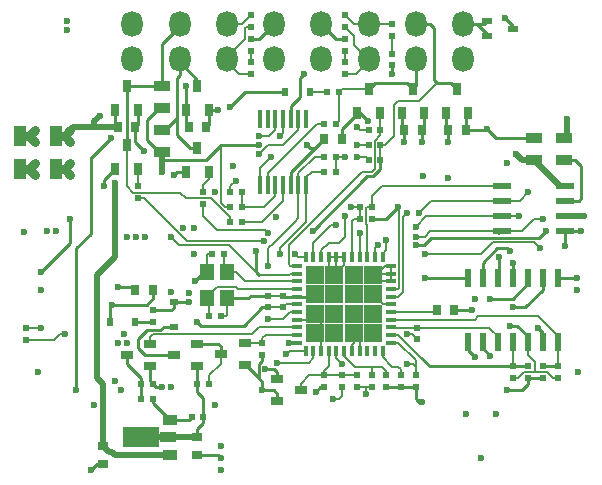
<source format=gbr>
G04 #@! TF.GenerationSoftware,KiCad,Pcbnew,(5.0.0)*
G04 #@! TF.CreationDate,2019-08-11T19:05:01-03:00*
G04 #@! TF.ProjectId,PF_apiner,50465F6170696E65722E6B696361645F,rev?*
G04 #@! TF.SameCoordinates,Original*
G04 #@! TF.FileFunction,Copper,L4,Bot,Signal*
G04 #@! TF.FilePolarity,Positive*
%FSLAX46Y46*%
G04 Gerber Fmt 4.6, Leading zero omitted, Abs format (unit mm)*
G04 Created by KiCad (PCBNEW (5.0.0)) date 08/11/19 19:05:01*
%MOMM*%
%LPD*%
G01*
G04 APERTURE LIST*
G04 #@! TA.AperFunction,Conductor*
%ADD10R,0.800000X1.000000*%
G04 #@! TD*
G04 #@! TA.AperFunction,Conductor*
%ADD11R,0.500000X0.500000*%
G04 #@! TD*
G04 #@! TA.AperFunction,Conductor*
%ADD12R,0.350000X1.600000*%
G04 #@! TD*
G04 #@! TA.AperFunction,SMDPad,CuDef*
%ADD13R,1.000000X1.800000*%
G04 #@! TD*
G04 #@! TA.AperFunction,SMDPad,CuDef*
%ADD14R,0.800000X0.900000*%
G04 #@! TD*
G04 #@! TA.AperFunction,Conductor*
%ADD15R,0.800000X0.900000*%
G04 #@! TD*
G04 #@! TA.AperFunction,Conductor*
%ADD16R,1.400000X0.950000*%
G04 #@! TD*
G04 #@! TA.AperFunction,Conductor*
%ADD17R,0.900000X0.800000*%
G04 #@! TD*
G04 #@! TA.AperFunction,Conductor*
%ADD18R,1.000000X0.800000*%
G04 #@! TD*
G04 #@! TA.AperFunction,Conductor*
%ADD19R,0.685800X0.584200*%
G04 #@! TD*
G04 #@! TA.AperFunction,Conductor*
%ADD20R,0.584200X0.685800*%
G04 #@! TD*
G04 #@! TA.AperFunction,ComponentPad*
%ADD21O,1.800000X2.200000*%
G04 #@! TD*
G04 #@! TA.AperFunction,Conductor*
%ADD22R,0.600000X1.500000*%
G04 #@! TD*
G04 #@! TA.AperFunction,Conductor*
%ADD23R,1.550000X0.600000*%
G04 #@! TD*
G04 #@! TA.AperFunction,Conductor*
%ADD24R,0.950000X0.500000*%
G04 #@! TD*
G04 #@! TA.AperFunction,Conductor*
%ADD25R,1.300000X0.900000*%
G04 #@! TD*
G04 #@! TA.AperFunction,Conductor*
%ADD26R,1.475000X0.900000*%
G04 #@! TD*
G04 #@! TA.AperFunction,Conductor*
%ADD27R,3.125000X1.733000*%
G04 #@! TD*
G04 #@! TA.AperFunction,Conductor*
%ADD28R,1.650000X1.650000*%
G04 #@! TD*
G04 #@! TA.AperFunction,Conductor*
%ADD29R,0.350000X0.850000*%
G04 #@! TD*
G04 #@! TA.AperFunction,Conductor*
%ADD30R,0.850000X0.350000*%
G04 #@! TD*
G04 #@! TA.AperFunction,Conductor*
%ADD31R,1.200000X1.400000*%
G04 #@! TD*
G04 #@! TA.AperFunction,SMDPad,CuDef*
%ADD32R,0.500000X0.500000*%
G04 #@! TD*
G04 #@! TA.AperFunction,ViaPad*
%ADD33C,0.600000*%
G04 #@! TD*
G04 #@! TA.AperFunction,Conductor*
%ADD34C,0.250000*%
G04 #@! TD*
G04 #@! TA.AperFunction,Conductor*
%ADD35C,0.150000*%
G04 #@! TD*
G04 #@! TA.AperFunction,Conductor*
%ADD36C,0.760000*%
G04 #@! TD*
G04 #@! TA.AperFunction,Conductor*
%ADD37C,0.500000*%
G04 #@! TD*
G04 APERTURE END LIST*
D10*
G04 #@! TO.N,Net-(Q4-Pad1)*
G04 #@! TO.C,Q4*
X91450000Y-50750000D03*
G04 #@! TO.N,/K-LINE*
X90500000Y-48750000D03*
G04 #@! TO.N,GND*
X89550000Y-50750000D03*
G04 #@! TD*
D11*
G04 #@! TO.N,/J1850_Transceiver/J1850_BUS-_TX*
G04 #@! TO.C,R36*
X112000000Y-47500000D03*
G04 #@! TO.N,+5V_SW*
X111000000Y-47500000D03*
G04 #@! TD*
D12*
G04 #@! TO.N,N/C*
G04 #@! TO.C,U3*
X105700000Y-46500000D03*
G04 #@! TO.N,/J1850_Transceiver/VPW_RX*
X105050000Y-46500000D03*
G04 #@! TO.N,GND*
X104400000Y-46500000D03*
G04 #@! TO.N,Net-(R37-Pad2)*
X103750000Y-46500000D03*
G04 #@! TO.N,Net-(R34-Pad1)*
X103100000Y-46500000D03*
G04 #@! TO.N,N/C*
X102450000Y-46500000D03*
X101800000Y-46500000D03*
G04 #@! TO.N,Net-(R30-Pad2)*
X101800000Y-52100000D03*
G04 #@! TO.N,Net-(R31-Pad2)*
X102450000Y-52100000D03*
G04 #@! TO.N,Net-(R8-Pad1)*
X103100000Y-52100000D03*
G04 #@! TO.N,Net-(R11-Pad2)*
X103750000Y-52100000D03*
G04 #@! TO.N,DLC_SW*
X104400000Y-52100000D03*
G04 #@! TO.N,/ISO_Transceiver/ISO_RX*
X105050000Y-52100000D03*
G04 #@! TO.N,/J1850_Transceiver/PWM_RX*
X105700000Y-52100000D03*
G04 #@! TD*
D13*
G04 #@! TO.P,C4,1*
G04 #@! TO.N,DLC*
X84500000Y-50750000D03*
G04 #@! TO.P,C4,2*
G04 #@! TO.N,GND*
X81500000Y-50750000D03*
G04 #@! TD*
G04 #@! TO.P,C9,1*
G04 #@! TO.N,DLC*
X84500000Y-48000000D03*
G04 #@! TO.P,C9,2*
G04 #@! TO.N,GND*
X81500000Y-48000000D03*
G04 #@! TD*
D14*
G04 #@! TO.P,C10,1*
G04 #@! TO.N,+5V*
X91250000Y-61000000D03*
G04 #@! TO.P,C10,2*
G04 #@! TO.N,GND*
X92750000Y-61000000D03*
G04 #@! TD*
D11*
G04 #@! TO.N,/OBD_UART_Interface/ANALOG_IN*
G04 #@! TO.C,C12*
X110000000Y-68250000D03*
G04 #@! TO.N,GND*
X110000000Y-69250000D03*
G04 #@! TD*
D15*
G04 #@! TO.N,DLC*
G04 #@! TO.C,C13*
X89750000Y-47250000D03*
G04 #@! TO.N,GND*
X91250000Y-47250000D03*
G04 #@! TD*
G04 #@! TO.N,DLC*
G04 #@! TO.C,C14*
X95750000Y-47250000D03*
G04 #@! TO.N,GND*
X97250000Y-47250000D03*
G04 #@! TD*
G04 #@! TO.N,DLC_SW*
G04 #@! TO.C,C15*
X107250000Y-48250000D03*
G04 #@! TO.N,GND*
X108750000Y-48250000D03*
G04 #@! TD*
D16*
G04 #@! TO.N,DLC*
G04 #@! TO.C,C18*
X125000000Y-50000000D03*
G04 #@! TO.N,GND*
X125000000Y-48150000D03*
G04 #@! TD*
D11*
G04 #@! TO.N,Net-(C20-Pad1)*
G04 #@! TO.C,C20*
X101000000Y-40750000D03*
G04 #@! TO.N,GND*
X101000000Y-39750000D03*
G04 #@! TD*
G04 #@! TO.N,Net-(C22-Pad1)*
G04 #@! TO.C,C22*
X113000000Y-41000000D03*
G04 #@! TO.N,GND*
X113000000Y-42000000D03*
G04 #@! TD*
G04 #@! TO.N,Net-(C23-Pad1)*
G04 #@! TO.C,C23*
X109000000Y-40750000D03*
G04 #@! TO.N,GND*
X109000000Y-39750000D03*
G04 #@! TD*
D15*
G04 #@! TO.N,DLC*
G04 #@! TO.C,C24*
X117750000Y-47500000D03*
G04 #@! TO.N,GND*
X119250000Y-47500000D03*
G04 #@! TD*
D17*
G04 #@! TO.N,DLC_SW*
G04 #@! TO.C,C25*
X88500000Y-74250000D03*
G04 #@! TO.N,GND*
X88500000Y-75750000D03*
G04 #@! TD*
D15*
G04 #@! TO.N,DLC*
G04 #@! TO.C,C26*
X114000000Y-47500000D03*
G04 #@! TO.N,GND*
X115500000Y-47500000D03*
G04 #@! TD*
D17*
G04 #@! TO.N,V_J1850*
G04 #@! TO.C,C27*
X96500000Y-73500000D03*
G04 #@! TO.N,GND*
X96500000Y-75000000D03*
G04 #@! TD*
D11*
G04 #@! TO.N,Net-(C28-Pad1)*
G04 #@! TO.C,C28*
X111250000Y-68250000D03*
G04 #@! TO.N,GND*
X111250000Y-69250000D03*
G04 #@! TD*
D15*
G04 #@! TO.N,GND*
G04 #@! TO.C,C29*
X118250000Y-62750000D03*
G04 #@! TO.N,Net-(C29-Pad2)*
X116750000Y-62750000D03*
G04 #@! TD*
D11*
G04 #@! TO.N,GND*
G04 #@! TO.C,C30*
X102500000Y-61500000D03*
G04 #@! TO.N,+3.3V*
X102500000Y-62500000D03*
G04 #@! TD*
G04 #@! TO.N,GND*
G04 #@! TO.C,C31*
X103750000Y-61500000D03*
G04 #@! TO.N,+3.3V*
X103750000Y-62500000D03*
G04 #@! TD*
G04 #@! TO.N,Net-(C32-Pad1)*
G04 #@! TO.C,C32*
X98750000Y-58000000D03*
G04 #@! TO.N,GND*
X97750000Y-58000000D03*
G04 #@! TD*
G04 #@! TO.N,Net-(C33-Pad1)*
G04 #@! TO.C,C33*
X97500000Y-63250000D03*
G04 #@! TO.N,GND*
X98500000Y-63250000D03*
G04 #@! TD*
D18*
G04 #@! TO.N,GND*
G04 #@! TO.C,D3*
X103250000Y-70450000D03*
G04 #@! TO.N,/OBD_UART_Interface/ANALOG_IN*
X105250000Y-69500000D03*
G04 #@! TO.N,+3.3V*
X103250000Y-68550000D03*
G04 #@! TD*
D10*
G04 #@! TO.N,GND*
G04 #@! TO.C,D4*
X91450000Y-45750000D03*
G04 #@! TO.N,/K-LINE*
X90500000Y-43750000D03*
G04 #@! TO.N,DLC*
X89550000Y-45750000D03*
G04 #@! TD*
G04 #@! TO.N,GND*
G04 #@! TO.C,D5*
X97450000Y-45750000D03*
G04 #@! TO.N,/L-LINE*
X96500000Y-43750000D03*
G04 #@! TO.N,DLC*
X95550000Y-45750000D03*
G04 #@! TD*
G04 #@! TO.N,GND*
G04 #@! TO.C,D6*
X119450000Y-46000000D03*
G04 #@! TO.N,/J1850_BUS+*
X118500000Y-44000000D03*
G04 #@! TO.N,DLC*
X117550000Y-46000000D03*
G04 #@! TD*
G04 #@! TO.N,GND*
G04 #@! TO.C,D7*
X115700000Y-46000000D03*
G04 #@! TO.N,/J1850_BUS-*
X114750000Y-44000000D03*
G04 #@! TO.N,DLC*
X113800000Y-46000000D03*
G04 #@! TD*
D19*
G04 #@! TO.N,Net-(D8-Pad1)*
G04 #@! TO.C,D8*
X94500000Y-64110000D03*
G04 #@! TO.N,/J1850_BUS+*
X94500000Y-62000000D03*
G04 #@! TD*
D20*
G04 #@! TO.N,Net-(D9-Pad1)*
G04 #@! TO.C,D9*
X91250000Y-63750000D03*
G04 #@! TO.N,GND*
X89140000Y-63750000D03*
G04 #@! TD*
G04 #@! TO.N,+5V_SW*
G04 #@! TO.C,D10*
X103890000Y-44250000D03*
G04 #@! TO.N,Net-(D10-Pad2)*
X106000000Y-44250000D03*
G04 #@! TD*
D21*
G04 #@! TO.P,J1,15*
G04 #@! TO.N,/L-LINE*
X95000000Y-41500000D03*
G04 #@! TO.P,J1,14*
G04 #@! TO.N,/HS_CAN_N*
X99000000Y-41500000D03*
G04 #@! TO.P,J1,13*
G04 #@! TO.N,Net-(J1-Pad13)*
X103000000Y-41500000D03*
G04 #@! TO.P,J1,12*
G04 #@! TO.N,Net-(J1-Pad12)*
X107000000Y-41500000D03*
G04 #@! TO.P,J1,11*
G04 #@! TO.N,/MS_CAN_N*
X111000000Y-41500000D03*
G04 #@! TO.P,J1,10*
G04 #@! TO.N,/J1850_BUS-*
X115000000Y-41500000D03*
G04 #@! TO.P,J1,2*
G04 #@! TO.N,/J1850_BUS+*
X115000000Y-38500000D03*
G04 #@! TO.P,J1,3*
G04 #@! TO.N,/MS_CAN_P*
X111000000Y-38500000D03*
G04 #@! TO.P,J1,4*
G04 #@! TO.N,GND*
X107000000Y-38500000D03*
G04 #@! TO.P,J1,5*
X103000000Y-38500000D03*
G04 #@! TO.P,J1,6*
G04 #@! TO.N,/HS_CAN_P*
X99000000Y-38500000D03*
G04 #@! TO.P,J1,7*
G04 #@! TO.N,/K-LINE*
X95000000Y-38500000D03*
G04 #@! TO.P,J1,9*
G04 #@! TO.N,Net-(J1-Pad9)*
X119000000Y-41500000D03*
G04 #@! TO.P,J1,1*
G04 #@! TO.N,/SW_CAN*
X119000000Y-38500000D03*
G04 #@! TO.P,J1,8*
G04 #@! TO.N,Net-(J1-Pad8)*
X91000000Y-38500000D03*
G04 #@! TO.P,J1,16*
G04 #@! TO.N,VIN*
X91000000Y-41500000D03*
G04 #@! TD*
D10*
G04 #@! TO.N,Net-(Q5-Pad1)*
G04 #@! TO.C,Q5*
X97450000Y-51000000D03*
G04 #@! TO.N,/L-LINE*
X96500000Y-49000000D03*
G04 #@! TO.N,GND*
X95550000Y-51000000D03*
G04 #@! TD*
D18*
G04 #@! TO.N,/J1850_Transceiver/J1850_BUS+_VH*
G04 #@! TO.C,Q7*
X92500000Y-65550000D03*
G04 #@! TO.N,Net-(Q7-Pad3)*
X90500000Y-66500000D03*
G04 #@! TO.N,GND*
X92500000Y-67450000D03*
G04 #@! TD*
G04 #@! TO.N,/J1850_Transceiver/J1850_BUS+_TX*
G04 #@! TO.C,Q8*
X100500000Y-65500000D03*
G04 #@! TO.N,Net-(Q8-Pad3)*
X98500000Y-66450000D03*
G04 #@! TO.N,GND*
X100500000Y-67400000D03*
G04 #@! TD*
G04 #@! TO.N,Net-(Q8-Pad3)*
G04 #@! TO.C,Q9*
X96500000Y-65550000D03*
G04 #@! TO.N,Net-(D8-Pad1)*
X94500000Y-66500000D03*
G04 #@! TO.N,V_J1850*
X96500000Y-67450000D03*
G04 #@! TD*
D10*
G04 #@! TO.N,/J1850_Transceiver/J1850_BUS-_TX*
G04 #@! TO.C,Q10*
X111950000Y-46000000D03*
G04 #@! TO.N,/J1850_BUS-*
X111000000Y-44000000D03*
G04 #@! TO.N,GND*
X110050000Y-46000000D03*
G04 #@! TD*
D11*
G04 #@! TO.N,/OBD_UART_Interface/ANALOG_IN*
G04 #@! TO.C,R5*
X108750000Y-68250000D03*
G04 #@! TO.N,DLC_RAW*
X108750000Y-69250000D03*
G04 #@! TD*
G04 #@! TO.N,/OBD_UART_Interface/ANALOG_IN*
G04 #@! TO.C,R6*
X107250000Y-68250000D03*
G04 #@! TO.N,GND*
X107250000Y-69250000D03*
G04 #@! TD*
G04 #@! TO.N,/ISO_Transceiver/ISO_K_TX*
G04 #@! TO.C,R7*
X91500000Y-53250000D03*
G04 #@! TO.N,Net-(Q4-Pad1)*
X91500000Y-52250000D03*
G04 #@! TD*
G04 #@! TO.N,Net-(R8-Pad1)*
G04 #@! TO.C,R8*
X100250000Y-54000000D03*
G04 #@! TO.N,DLC_SW*
X99250000Y-54000000D03*
G04 #@! TD*
G04 #@! TO.N,GND*
G04 #@! TO.C,R9*
X99250000Y-52750000D03*
G04 #@! TO.N,Net-(R8-Pad1)*
X100250000Y-52750000D03*
G04 #@! TD*
D16*
G04 #@! TO.N,/K-LINE*
G04 #@! TO.C,R10*
X93500000Y-43750000D03*
G04 #@! TO.N,DLC_SW*
X93500000Y-45600000D03*
G04 #@! TD*
D11*
G04 #@! TO.N,/K-LINE*
G04 #@! TO.C,R11*
X99250000Y-55250000D03*
G04 #@! TO.N,Net-(R11-Pad2)*
X100250000Y-55250000D03*
G04 #@! TD*
G04 #@! TO.N,/ISO_Transceiver/ISO_RX*
G04 #@! TO.C,R12*
X107250000Y-49750000D03*
G04 #@! TO.N,+3.3V*
X108250000Y-49750000D03*
G04 #@! TD*
G04 #@! TO.N,/ISO_Transceiver/ISO_L_TX*
G04 #@! TO.C,R13*
X97000000Y-53750000D03*
G04 #@! TO.N,Net-(Q5-Pad1)*
X97000000Y-52750000D03*
G04 #@! TD*
D16*
G04 #@! TO.N,/L-LINE*
G04 #@! TO.C,R14*
X93500000Y-47500000D03*
G04 #@! TO.N,DLC_SW*
X93500000Y-49350000D03*
G04 #@! TD*
D11*
G04 #@! TO.N,/CAN_Transceiver/SW_CAN_RX*
G04 #@! TO.C,R15*
X111250000Y-54000000D03*
G04 #@! TO.N,+3.3V*
X110250000Y-54000000D03*
G04 #@! TD*
D16*
G04 #@! TO.N,Net-(R16-Pad1)*
G04 #@! TO.C,R16*
X127500000Y-50000000D03*
G04 #@! TO.N,/SW_CAN*
X127500000Y-48150000D03*
G04 #@! TD*
D11*
G04 #@! TO.N,Net-(C20-Pad1)*
G04 #@! TO.C,R19*
X101000000Y-41750000D03*
G04 #@! TO.N,/HS_CAN_N*
X101000000Y-42750000D03*
G04 #@! TD*
G04 #@! TO.N,/HS_CAN_P*
G04 #@! TO.C,R21*
X101000000Y-37750000D03*
G04 #@! TO.N,/HS_CAN_N*
X101000000Y-38750000D03*
G04 #@! TD*
G04 #@! TO.N,Net-(C22-Pad1)*
G04 #@! TO.C,R22*
X113000000Y-39500000D03*
G04 #@! TO.N,/MS_CAN_P*
X113000000Y-38500000D03*
G04 #@! TD*
G04 #@! TO.N,/MS_CAN_P*
G04 #@! TO.C,R23*
X109000000Y-37750000D03*
G04 #@! TO.N,/MS_CAN_N*
X109000000Y-38750000D03*
G04 #@! TD*
G04 #@! TO.N,Net-(C23-Pad1)*
G04 #@! TO.C,R24*
X109000000Y-41750000D03*
G04 #@! TO.N,/MS_CAN_N*
X109000000Y-42750000D03*
G04 #@! TD*
G04 #@! TO.N,Net-(R25-Pad1)*
G04 #@! TO.C,R25*
X96000000Y-71750000D03*
G04 #@! TO.N,V_J1850*
X97000000Y-71750000D03*
G04 #@! TD*
G04 #@! TO.N,Net-(Q7-Pad3)*
G04 #@! TO.C,R26*
X91750000Y-70250000D03*
G04 #@! TO.N,Net-(R25-Pad1)*
X92750000Y-70250000D03*
G04 #@! TD*
G04 #@! TO.N,GND*
G04 #@! TO.C,R27*
X92750000Y-69000000D03*
G04 #@! TO.N,Net-(Q7-Pad3)*
X91750000Y-69000000D03*
G04 #@! TD*
G04 #@! TO.N,GND*
G04 #@! TO.C,R28*
X102000000Y-66500000D03*
G04 #@! TO.N,/J1850_Transceiver/J1850_BUS+_TX*
X102000000Y-65500000D03*
G04 #@! TD*
G04 #@! TO.N,Net-(Q8-Pad3)*
G04 #@! TO.C,R29*
X97500000Y-69000000D03*
G04 #@! TO.N,V_J1850*
X96500000Y-69000000D03*
G04 #@! TD*
G04 #@! TO.N,/J1850_BUS+*
G04 #@! TO.C,R30*
X112000000Y-48750000D03*
G04 #@! TO.N,Net-(R30-Pad2)*
X111000000Y-48750000D03*
G04 #@! TD*
G04 #@! TO.N,/J1850_BUS-*
G04 #@! TO.C,R31*
X108250000Y-47000000D03*
G04 #@! TO.N,Net-(R31-Pad2)*
X107250000Y-47000000D03*
G04 #@! TD*
G04 #@! TO.N,Net-(D9-Pad1)*
G04 #@! TO.C,R32*
X92750000Y-63750000D03*
G04 #@! TO.N,/J1850_BUS+*
X92750000Y-62750000D03*
G04 #@! TD*
G04 #@! TO.N,/J1850_Transceiver/PWM_RX*
G04 #@! TO.C,R33*
X107250000Y-51000000D03*
G04 #@! TO.N,+3.3V*
X108250000Y-51000000D03*
G04 #@! TD*
G04 #@! TO.N,/J1850_BUS+*
G04 #@! TO.C,R37*
X112000000Y-50000000D03*
G04 #@! TO.N,Net-(R37-Pad2)*
X111000000Y-50000000D03*
G04 #@! TD*
G04 #@! TO.N,/J1850_BUS-*
G04 #@! TO.C,R38*
X108500000Y-44250000D03*
G04 #@! TO.N,Net-(D10-Pad2)*
X107500000Y-44250000D03*
G04 #@! TD*
G04 #@! TO.N,+3.3V*
G04 #@! TO.C,R40*
X125750000Y-68450000D03*
G04 #@! TO.N,/CAN_Transceiver/HS_CAN_TX*
X125750000Y-67450000D03*
G04 #@! TD*
G04 #@! TO.N,/CAN_Transceiver/HS_CAN_TX*
G04 #@! TO.C,R41*
X126993226Y-67450000D03*
G04 #@! TO.N,+5V_SW*
X126993226Y-68450000D03*
G04 #@! TD*
G04 #@! TO.N,/MicroM4/UART1_RX*
G04 #@! TO.C,R42*
X111250000Y-55000000D03*
G04 #@! TO.N,+3.3V*
X110250000Y-55000000D03*
G04 #@! TD*
G04 #@! TO.N,+3.3V*
G04 #@! TO.C,R43*
X124500000Y-68450000D03*
G04 #@! TO.N,/CAN_Transceiver/HS_CAN_RX*
X124500000Y-67450000D03*
G04 #@! TD*
G04 #@! TO.N,/CAN_Transceiver/HS_CAN_RX*
G04 #@! TO.C,R44*
X123250000Y-67450000D03*
G04 #@! TO.N,+5V_SW*
X123250000Y-68450000D03*
G04 #@! TD*
G04 #@! TO.N,+3.3V*
G04 #@! TO.C,R45*
X112500000Y-69250000D03*
G04 #@! TO.N,Net-(C28-Pad1)*
X112500000Y-68250000D03*
G04 #@! TD*
G04 #@! TO.N,+3.3V*
G04 #@! TO.C,R46*
X113750000Y-69250000D03*
G04 #@! TO.N,Net-(R46-Pad2)*
X113750000Y-68250000D03*
G04 #@! TD*
G04 #@! TO.N,+3.3V*
G04 #@! TO.C,R47*
X115000000Y-69250000D03*
G04 #@! TO.N,/CAN_Transceiver/MS_CAN_RX*
X115000000Y-68250000D03*
G04 #@! TD*
G04 #@! TO.N,+3.3V*
G04 #@! TO.C,R48*
X115100000Y-65200000D03*
G04 #@! TO.N,/CAN_Transceiver/MS_CAN_TX*
X115100000Y-64200000D03*
G04 #@! TD*
D22*
G04 #@! TO.N,/CAN_Transceiver/HS_CAN_TX*
G04 #@! TO.C,U4*
X127020000Y-65400000D03*
G04 #@! TO.N,GND*
X125750000Y-65400000D03*
G04 #@! TO.N,+5V_SW*
X124480000Y-65400000D03*
G04 #@! TO.N,/CAN_Transceiver/HS_CAN_RX*
X123210000Y-65400000D03*
G04 #@! TO.N,/CAN_Transceiver/MS_CAN_TX*
X121940000Y-65400000D03*
G04 #@! TO.N,GND*
X120670000Y-65400000D03*
G04 #@! TO.N,+5V_SW*
X119400000Y-65400000D03*
G04 #@! TO.N,/CAN_Transceiver/MS_CAN_RX*
X119400000Y-60000000D03*
G04 #@! TO.N,/MS_CAN_N*
X120670000Y-60000000D03*
G04 #@! TO.N,/MS_CAN_P*
X121940000Y-60000000D03*
G04 #@! TO.N,GND*
X123210000Y-60000000D03*
G04 #@! TO.N,/HS_CAN_N*
X124480000Y-60000000D03*
G04 #@! TO.N,/HS_CAN_P*
X125750000Y-60000000D03*
G04 #@! TO.N,GND*
X127020000Y-60000000D03*
G04 #@! TD*
D23*
G04 #@! TO.N,/CAN_Transceiver/SW_CAN_TX*
G04 #@! TO.C,U5*
X122250000Y-56020000D03*
G04 #@! TO.N,/CAN_Transceiver/SW_CAN_MODE0*
X122250000Y-54750000D03*
G04 #@! TO.N,/CAN_Transceiver/SW_CAN_MODE1*
X122250000Y-53480000D03*
G04 #@! TO.N,/CAN_Transceiver/SW_CAN_RX*
X122250000Y-52210000D03*
G04 #@! TO.N,DLC*
X127650000Y-52210000D03*
G04 #@! TO.N,Net-(R16-Pad1)*
X127650000Y-53480000D03*
G04 #@! TO.N,/SW_CAN*
X127650000Y-54750000D03*
G04 #@! TO.N,GND*
X127650000Y-56020000D03*
G04 #@! TD*
D24*
G04 #@! TO.N,GND*
G04 #@! TO.C,U7*
X123200000Y-38900000D03*
G04 #@! TO.N,/SW_CAN*
X121000000Y-39550000D03*
X121000000Y-38250000D03*
G04 #@! TD*
D25*
G04 #@! TO.N,Net-(R25-Pad1)*
G04 #@! TO.C,U9*
X94137500Y-72000000D03*
D26*
G04 #@! TO.N,V_J1850*
X94050000Y-73500000D03*
D25*
G04 #@! TO.N,DLC_SW*
X94137500Y-75000000D03*
D27*
G04 #@! TO.N,V_J1850*
X91750000Y-73500000D03*
G04 #@! TD*
D28*
G04 #@! TO.N,GND*
G04 #@! TO.C,U10*
X111400000Y-59750000D03*
X111400000Y-61400000D03*
X111400000Y-63050000D03*
X111400000Y-64700000D03*
X109750000Y-59750000D03*
X109750000Y-61400000D03*
X109750000Y-63050000D03*
X109750000Y-64700000D03*
X108100000Y-59750000D03*
X108100000Y-61400000D03*
X108100000Y-63050000D03*
X108100000Y-64700000D03*
X106450000Y-59750000D03*
X106450000Y-61400000D03*
X106450000Y-63050000D03*
X106450000Y-64700000D03*
D29*
G04 #@! TO.N,/ISO_Transceiver/ISO_L_TX*
X112175000Y-58225000D03*
G04 #@! TO.N,/ISO_Transceiver/ISO_K_TX*
X111525000Y-58225000D03*
G04 #@! TO.N,/CAN_Transceiver/SW_CAN_RX*
X110875000Y-58225000D03*
G04 #@! TO.N,/CAN_Transceiver/SW_CAN_TX*
X110225000Y-58225000D03*
G04 #@! TO.N,+3.3V*
X109575000Y-58225000D03*
G04 #@! TO.N,GND*
X108925000Y-58225000D03*
X108275000Y-58225000D03*
X107625000Y-58225000D03*
G04 #@! TO.N,/CAN_Transceiver/SW_CAN_MODE1*
X106975000Y-58225000D03*
G04 #@! TO.N,/CAN_Transceiver/SW_CAN_MODE0*
X106325000Y-58225000D03*
G04 #@! TO.N,/CAN_Transceiver/SW_CAN_LOAD*
X105675000Y-58225000D03*
D30*
G04 #@! TO.N,/J1850_Transceiver/J1850_BUS-_TX*
X104925000Y-58975000D03*
G04 #@! TO.N,/MicroM4/PWR_SAVE*
X104925000Y-59625000D03*
G04 #@! TO.N,Net-(C32-Pad1)*
X104925000Y-60275000D03*
G04 #@! TO.N,Net-(C33-Pad1)*
X104925000Y-60925000D03*
G04 #@! TO.N,GND*
X104925000Y-61575000D03*
G04 #@! TO.N,+3.3V*
X104925000Y-62225000D03*
G04 #@! TO.N,/MicroM4/STN_SLEEP*
X104925000Y-62875000D03*
G04 #@! TO.N,GND*
X104925000Y-63525000D03*
G04 #@! TO.N,/J1850_Transceiver/J1850_BUS+_VH*
X104925000Y-64175000D03*
G04 #@! TO.N,/J1850_Transceiver/J1850_BUS+_TX*
X104925000Y-64825000D03*
G04 #@! TO.N,/J1850_Transceiver/PWM_RX*
X104925000Y-65475000D03*
D29*
G04 #@! TO.N,/J1850_Transceiver/VPW_RX*
X105675000Y-66225000D03*
G04 #@! TO.N,/ISO_Transceiver/ISO_RX*
X106325000Y-66225000D03*
G04 #@! TO.N,GND*
X106975000Y-66225000D03*
G04 #@! TO.N,/OBD_UART_Interface/ANALOG_IN*
X107625000Y-66225000D03*
G04 #@! TO.N,/MicroM4/STN_RESET*
X108275000Y-66225000D03*
G04 #@! TO.N,Net-(C28-Pad1)*
X108925000Y-66225000D03*
G04 #@! TO.N,GND*
X109575000Y-66225000D03*
X110225000Y-66225000D03*
G04 #@! TO.N,Net-(U10-Pad14)*
X110875000Y-66225000D03*
G04 #@! TO.N,Net-(U10-Pad13)*
X111525000Y-66225000D03*
G04 #@! TO.N,Net-(R46-Pad2)*
X112175000Y-66225000D03*
D30*
G04 #@! TO.N,/CAN_Transceiver/MS_CAN_RX*
X112925000Y-65475000D03*
G04 #@! TO.N,/CAN_Transceiver/HS_CAN_RX*
X112925000Y-64825000D03*
G04 #@! TO.N,/CAN_Transceiver/MS_CAN_TX*
X112925000Y-64175000D03*
G04 #@! TO.N,/CAN_Transceiver/HS_CAN_TX*
X112925000Y-63525000D03*
G04 #@! TO.N,Net-(C29-Pad2)*
X112925000Y-62875000D03*
G04 #@! TO.N,GND*
X112925000Y-62225000D03*
G04 #@! TO.N,/MicroM4/UART1_TX*
X112925000Y-61575000D03*
G04 #@! TO.N,/MicroM4/UART1_RX*
X112925000Y-60925000D03*
G04 #@! TO.N,GND*
X112925000Y-60275000D03*
X112925000Y-59625000D03*
X112925000Y-58975000D03*
G04 #@! TD*
D31*
G04 #@! TO.N,GND*
G04 #@! TO.C,Y1*
X97300000Y-59500000D03*
G04 #@! TO.N,Net-(C32-Pad1)*
X99000000Y-59500000D03*
G04 #@! TO.N,Net-(C33-Pad1)*
X97300000Y-61700000D03*
G04 #@! TO.N,GND*
X99000000Y-61700000D03*
G04 #@! TD*
D32*
G04 #@! TO.P,R54,1*
G04 #@! TO.N,/MicroM4/BOOT*
X82000000Y-64250000D03*
G04 #@! TO.P,R54,2*
G04 #@! TO.N,+3.3V*
X82000000Y-65250000D03*
G04 #@! TD*
D33*
G04 #@! TO.N,GND*
X129000000Y-56000000D03*
X110750000Y-69800000D03*
X106500000Y-69666413D03*
X119750000Y-62750000D03*
X96282074Y-60242599D03*
X94250000Y-69250000D03*
X93500000Y-69250000D03*
X110931510Y-46671460D03*
X105500000Y-42750000D03*
X99750000Y-51750000D03*
X103121232Y-54871232D03*
X85500000Y-38250000D03*
X85500000Y-39000000D03*
X113000000Y-42750000D03*
X122500000Y-38000000D03*
X123250000Y-58750000D03*
X119250000Y-71500000D03*
X121750000Y-71500000D03*
X117700000Y-51500000D03*
X115600000Y-51400000D03*
X121300000Y-66600000D03*
X125300000Y-64200000D03*
X128700000Y-68000000D03*
X128600000Y-61000000D03*
X127600000Y-57300000D03*
X128600000Y-60000000D03*
X121000000Y-47400000D03*
X115500000Y-48500000D03*
X81800000Y-56100000D03*
X83750000Y-56000000D03*
X84500000Y-56000000D03*
X94500000Y-51250000D03*
X98250000Y-45750000D03*
X92000000Y-49250000D03*
X88575000Y-52250000D03*
X96250000Y-55750000D03*
X89250000Y-62250000D03*
X83250000Y-61000000D03*
X83000000Y-68000000D03*
X87750000Y-70750000D03*
X87500000Y-76250000D03*
X102000000Y-69500000D03*
X98000000Y-70750000D03*
X98500000Y-74250000D03*
X98500000Y-75250000D03*
X98500000Y-76250000D03*
X109750000Y-59750000D03*
X111400000Y-59750000D03*
X111400000Y-61400000D03*
X109750000Y-61400000D03*
X108100000Y-61400000D03*
X108100000Y-63050000D03*
X109750000Y-63050000D03*
X111400000Y-63050000D03*
X111400000Y-64700000D03*
X109750000Y-64700000D03*
X108100000Y-64700000D03*
X106450000Y-64700000D03*
X106450000Y-63050000D03*
X106450000Y-61400000D03*
X108100000Y-59750000D03*
X106450000Y-59750000D03*
X82750000Y-51250000D03*
X82750000Y-50250000D03*
X82750000Y-48500000D03*
X82750000Y-47500000D03*
G04 #@! TO.N,+5V*
X95750000Y-61250000D03*
X115000000Y-57250000D03*
X126000000Y-56000000D03*
X92100000Y-56500000D03*
X91300000Y-56500000D03*
X90500000Y-56500000D03*
X94300000Y-61200000D03*
X89500000Y-68750000D03*
X90000000Y-69500000D03*
X89750000Y-60723192D03*
G04 #@! TO.N,Net-(C3-Pad1)*
X85750000Y-55000000D03*
X83250000Y-59500000D03*
G04 #@! TO.N,DLC*
X123500000Y-49500000D03*
X117750000Y-48500000D03*
X114000000Y-48500000D03*
X88250000Y-46250000D03*
X95500000Y-43750000D03*
X85750000Y-51250000D03*
X85750000Y-50250000D03*
X85750000Y-48500000D03*
X85750000Y-47500000D03*
G04 #@! TO.N,+3.3V*
X96500000Y-63750000D03*
X114250000Y-64750000D03*
X109500000Y-54000000D03*
X122750000Y-69500000D03*
X99500000Y-50500000D03*
X85250000Y-64750000D03*
X95250000Y-55750000D03*
X109000000Y-49750000D03*
X102250000Y-67750000D03*
X115500000Y-70500000D03*
X90250000Y-64750000D03*
X90500000Y-65500000D03*
X89750000Y-65500000D03*
G04 #@! TO.N,DLC_SW*
X93500000Y-51000000D03*
X101750000Y-48750000D03*
X89500000Y-52000000D03*
X105750000Y-48750000D03*
G04 #@! TO.N,+5V_SW*
X120000000Y-61750000D03*
X123000000Y-64050000D03*
X120000000Y-66710000D03*
X110000000Y-47250000D03*
X122750000Y-50250000D03*
X99250000Y-45500000D03*
X96250000Y-58000000D03*
G04 #@! TO.N,DLC_RAW*
X89207697Y-48126910D03*
X86250000Y-69500000D03*
X108000000Y-70250000D03*
G04 #@! TO.N,/MicroM4/PWR_SAVE*
X101500000Y-57750000D03*
X94250000Y-56500000D03*
G04 #@! TO.N,/CAN_Transceiver/SW_CAN_LOAD*
X125500000Y-57500000D03*
X115750000Y-58000000D03*
X104750000Y-58000000D03*
G04 #@! TO.N,/ISO_Transceiver/ISO_K_TX*
X102175044Y-56880579D03*
X111750000Y-57250000D03*
G04 #@! TO.N,/ISO_Transceiver/ISO_RX*
X102500000Y-59000000D03*
X103250000Y-67200000D03*
G04 #@! TO.N,/ISO_Transceiver/ISO_L_TX*
X102518606Y-56213895D03*
X112500000Y-56750000D03*
G04 #@! TO.N,Net-(R30-Pad2)*
X110000000Y-48750000D03*
X102750000Y-49750000D03*
G04 #@! TO.N,/J1850_Transceiver/PWM_RX*
X103500000Y-58000000D03*
X104250000Y-65500000D03*
G04 #@! TO.N,Net-(R34-Pad1)*
X101750000Y-48000000D03*
G04 #@! TO.N,Net-(R37-Pad2)*
X110000000Y-49750000D03*
X103500000Y-48000000D03*
G04 #@! TO.N,/J1850_Transceiver/VPW_RX*
X101750000Y-49500000D03*
X104000000Y-66475000D03*
G04 #@! TO.N,/MicroM4/UART1_RX*
X113500000Y-54000000D03*
G04 #@! TO.N,/CAN_Transceiver/MS_CAN_RX*
X114250000Y-67250000D03*
X115750000Y-60000000D03*
G04 #@! TO.N,/CAN_Transceiver/SW_CAN_MODE0*
X108250000Y-55500000D03*
X123750000Y-54750000D03*
X114969668Y-55675000D03*
G04 #@! TO.N,/CAN_Transceiver/SW_CAN_MODE1*
X124500000Y-52750000D03*
X115250000Y-54500000D03*
X109000000Y-54750000D03*
G04 #@! TO.N,/CAN_Transceiver/SW_CAN_TX*
X125750000Y-55000000D03*
X115000000Y-56500000D03*
X110250000Y-56200000D03*
G04 #@! TO.N,/MicroM4/STN_SLEEP*
X102500000Y-63500000D03*
G04 #@! TO.N,/MicroM4/STN_RESET*
X108750000Y-67250000D03*
G04 #@! TO.N,/MicroM4/UART1_TX*
X114250000Y-54500000D03*
G04 #@! TO.N,/SW_CAN*
X129250000Y-54750000D03*
X127750000Y-46500000D03*
G04 #@! TO.N,/J1850_BUS+*
X95750000Y-62000000D03*
X106250000Y-56000000D03*
G04 #@! TO.N,/HS_CAN_N*
X121250000Y-61750000D03*
G04 #@! TO.N,/MS_CAN_N*
X123000000Y-57750000D03*
G04 #@! TO.N,/MS_CAN_P*
X122000000Y-58250000D03*
G04 #@! TO.N,/HS_CAN_P*
X123250000Y-62500000D03*
G04 #@! TO.N,/MicroM4/BOOT*
X97950002Y-52750000D03*
X83250000Y-64250000D03*
G04 #@! TO.N,Net-(C36-Pad2)*
X120500000Y-75250000D03*
G04 #@! TD*
D34*
G04 #@! TO.N,GND*
X127650000Y-56020000D02*
X128980000Y-56020000D01*
X128980000Y-56020000D02*
X129000000Y-56000000D01*
X100600000Y-67400000D02*
X101700000Y-68500000D01*
X101700000Y-68500000D02*
X102000000Y-68800000D01*
X102000000Y-67000000D02*
X101674999Y-67325001D01*
X102000000Y-66500000D02*
X102000000Y-67000000D01*
X101674999Y-67325001D02*
X101674999Y-68474999D01*
X101674999Y-68474999D02*
X101700000Y-68500000D01*
X100500000Y-67400000D02*
X100600000Y-67400000D01*
X102000000Y-68800000D02*
X102000000Y-69075736D01*
X102000000Y-69075736D02*
X102000000Y-69500000D01*
D35*
X110750000Y-69800000D02*
X110750000Y-69250000D01*
X110750000Y-69250000D02*
X110000000Y-69250000D01*
X111250000Y-69250000D02*
X110750000Y-69250000D01*
D34*
X107250000Y-69250000D02*
X106916413Y-69250000D01*
X106916413Y-69250000D02*
X106500000Y-69666413D01*
X118250000Y-62750000D02*
X119750000Y-62750000D01*
X100800000Y-61700000D02*
X101000000Y-61500000D01*
X101000000Y-61500000D02*
X102500000Y-61500000D01*
D35*
X102500000Y-61500000D02*
X103750000Y-61500000D01*
D34*
X104925000Y-61575000D02*
X103825000Y-61575000D01*
X103825000Y-61575000D02*
X103750000Y-61500000D01*
X97300000Y-59500000D02*
X97024673Y-59500000D01*
X97024673Y-59500000D02*
X96282074Y-60242599D01*
X92500000Y-67450000D02*
X92500000Y-68750000D01*
X92500000Y-68750000D02*
X92750000Y-69000000D01*
X93500000Y-69250000D02*
X93000000Y-69250000D01*
X93000000Y-69250000D02*
X92750000Y-69000000D01*
X110050000Y-46000000D02*
X110260050Y-46000000D01*
X110260050Y-46000000D02*
X110931510Y-46671460D01*
X110050000Y-46000000D02*
X110050000Y-46100000D01*
X110050000Y-46100000D02*
X108750000Y-47400000D01*
X108750000Y-47400000D02*
X108750000Y-47550000D01*
X108750000Y-47550000D02*
X108750000Y-48250000D01*
X104400000Y-46500000D02*
X104400000Y-45450000D01*
X104400000Y-45450000D02*
X105200001Y-44649999D01*
X105200001Y-44649999D02*
X105200001Y-43049999D01*
X105200001Y-43049999D02*
X105500000Y-42750000D01*
D35*
X99250000Y-52750000D02*
X99250000Y-52250000D01*
X99250000Y-52250000D02*
X99750000Y-51750000D01*
D34*
X101000000Y-39750000D02*
X101750000Y-39750000D01*
X101750000Y-39750000D02*
X103000000Y-38500000D01*
X109000000Y-39750000D02*
X108250000Y-39750000D01*
X108250000Y-39750000D02*
X107000000Y-38500000D01*
X113000000Y-42000000D02*
X113000000Y-42750000D01*
X123200000Y-38900000D02*
X123200000Y-38700000D01*
X123200000Y-38700000D02*
X122500000Y-38000000D01*
X123210000Y-60000000D02*
X123210000Y-58790000D01*
X123210000Y-58790000D02*
X123250000Y-58750000D01*
X120670000Y-65400000D02*
X120670000Y-65970000D01*
X120670000Y-65970000D02*
X121300000Y-66600000D01*
X125750000Y-65400000D02*
X125750000Y-64650000D01*
X125750000Y-64650000D02*
X125300000Y-64200000D01*
X127600000Y-57300000D02*
X127600000Y-56070000D01*
X127600000Y-56070000D02*
X127650000Y-56020000D01*
X127020000Y-60000000D02*
X128600000Y-60000000D01*
X125000000Y-48150000D02*
X121750000Y-48150000D01*
X121750000Y-48150000D02*
X121000000Y-47400000D01*
X119250000Y-47500000D02*
X120900000Y-47500000D01*
X120900000Y-47500000D02*
X121000000Y-47400000D01*
X119250000Y-47500000D02*
X119250000Y-46200000D01*
X119250000Y-46200000D02*
X119450000Y-46000000D01*
X115500000Y-47500000D02*
X115500000Y-48500000D01*
X115700000Y-46000000D02*
X115700000Y-47300000D01*
X115700000Y-47300000D02*
X115500000Y-47500000D01*
X92750000Y-61000000D02*
X92750000Y-61700000D01*
X92750000Y-61700000D02*
X92200000Y-62250000D01*
X92200000Y-62250000D02*
X89674264Y-62250000D01*
X89674264Y-62250000D02*
X89250000Y-62250000D01*
X89140000Y-63750000D02*
X89140000Y-62360000D01*
X89140000Y-62360000D02*
X89250000Y-62250000D01*
X95550000Y-51000000D02*
X94750000Y-51000000D01*
X94750000Y-51000000D02*
X94500000Y-51250000D01*
X97450000Y-45750000D02*
X98250000Y-45750000D01*
X97450000Y-45750000D02*
X97450000Y-47050000D01*
X97450000Y-47050000D02*
X97250000Y-47250000D01*
X91250000Y-47250000D02*
X91250000Y-48500000D01*
X91250000Y-48500000D02*
X92000000Y-49250000D01*
X89550000Y-50750000D02*
X88575000Y-51725000D01*
X88575000Y-51725000D02*
X88575000Y-52250000D01*
X88500000Y-75750000D02*
X88000000Y-75750000D01*
X88000000Y-75750000D02*
X87500000Y-76250000D01*
X96500000Y-75000000D02*
X98250000Y-75000000D01*
X98250000Y-75000000D02*
X98500000Y-75250000D01*
X102950000Y-69500000D02*
X102000000Y-69500000D01*
X103250000Y-70450000D02*
X103250000Y-69800000D01*
X103250000Y-69800000D02*
X102950000Y-69500000D01*
D35*
X97750000Y-58000000D02*
X97350000Y-58000000D01*
X97300000Y-58650000D02*
X97300000Y-59500000D01*
X97350000Y-58000000D02*
X97300000Y-58050000D01*
X97300000Y-58050000D02*
X97300000Y-58650000D01*
X99000000Y-63150000D02*
X99000000Y-61700000D01*
X98500000Y-63250000D02*
X98900000Y-63250000D01*
X98900000Y-63250000D02*
X99000000Y-63150000D01*
D34*
X100800000Y-61700000D02*
X99000000Y-61700000D01*
X104925000Y-61575000D02*
X106275000Y-61575000D01*
X106275000Y-61575000D02*
X106450000Y-61400000D01*
X91450000Y-45750000D02*
X91450000Y-47050000D01*
X91450000Y-47050000D02*
X91250000Y-47250000D01*
D36*
X82250000Y-50750000D02*
X82750000Y-51250000D01*
X81500000Y-50750000D02*
X82250000Y-50750000D01*
X82250000Y-50750000D02*
X82750000Y-50250000D01*
X82250000Y-48000000D02*
X82750000Y-48500000D01*
X81500000Y-48000000D02*
X82250000Y-48000000D01*
X82250000Y-48000000D02*
X82750000Y-47500000D01*
D35*
X106975000Y-66225000D02*
X106975000Y-63200000D01*
X106975000Y-63200000D02*
X106825000Y-63050000D01*
X106825000Y-63050000D02*
X106450000Y-63050000D01*
X112925000Y-59625000D02*
X112925000Y-60275000D01*
X112925000Y-58975000D02*
X112925000Y-59625000D01*
X108275000Y-58225000D02*
X107625000Y-58225000D01*
X108925000Y-58225000D02*
X108275000Y-58225000D01*
X112925000Y-59625000D02*
X111525000Y-59625000D01*
X111525000Y-59625000D02*
X111400000Y-59750000D01*
X108925000Y-58225000D02*
X108925000Y-58925000D01*
X108925000Y-58925000D02*
X108100000Y-59750000D01*
X107625000Y-58225000D02*
X107625000Y-59275000D01*
X107625000Y-59275000D02*
X108100000Y-59750000D01*
X108275000Y-58225000D02*
X108275000Y-59575000D01*
X108275000Y-59575000D02*
X108100000Y-59750000D01*
X104925000Y-63525000D02*
X105975000Y-63525000D01*
X105975000Y-63525000D02*
X106450000Y-63050000D01*
X109575000Y-66225000D02*
X109575000Y-65650000D01*
X109575000Y-65650000D02*
X109750000Y-65475000D01*
X109750000Y-65475000D02*
X109750000Y-64700000D01*
X110225000Y-66225000D02*
X110225000Y-65175000D01*
X110225000Y-65175000D02*
X109750000Y-64700000D01*
X112925000Y-62225000D02*
X112225000Y-62225000D01*
X112225000Y-62225000D02*
X111400000Y-61400000D01*
X112925000Y-58975000D02*
X112350000Y-58975000D01*
X112350000Y-58975000D02*
X111575000Y-59750000D01*
X111575000Y-59750000D02*
X111400000Y-59750000D01*
X112925000Y-60275000D02*
X111925000Y-60275000D01*
X111925000Y-60275000D02*
X111400000Y-59750000D01*
D34*
G04 #@! TO.N,+5V*
X126000000Y-56000000D02*
X125399992Y-56600008D01*
X125399992Y-56600008D02*
X116298990Y-56600008D01*
X116298990Y-56600008D02*
X115648998Y-57250000D01*
X115648998Y-57250000D02*
X115000000Y-57250000D01*
X89750000Y-60723192D02*
X90973192Y-60723192D01*
X90973192Y-60723192D02*
X91250000Y-61000000D01*
G04 #@! TO.N,Net-(C3-Pad1)*
X85750000Y-55000000D02*
X85750000Y-57000000D01*
X85750000Y-57000000D02*
X83250000Y-59500000D01*
D37*
G04 #@! TO.N,DLC*
X125000000Y-50000000D02*
X124000000Y-50000000D01*
X124000000Y-50000000D02*
X123500000Y-49500000D01*
X127650000Y-52210000D02*
X127210000Y-52210000D01*
X127210000Y-52210000D02*
X125000000Y-50000000D01*
D34*
X117750000Y-47500000D02*
X117750000Y-48500000D01*
X117550000Y-46000000D02*
X117550000Y-47300000D01*
X117550000Y-47300000D02*
X117750000Y-47500000D01*
X114000000Y-47500000D02*
X114000000Y-48500000D01*
X113800000Y-46000000D02*
X113800000Y-47300000D01*
X113800000Y-47300000D02*
X114000000Y-47500000D01*
D37*
X87750000Y-47250000D02*
X89750000Y-47250000D01*
X86000000Y-47250000D02*
X87750000Y-47250000D01*
X87750000Y-47250000D02*
X87750000Y-46750000D01*
X87750000Y-46750000D02*
X88250000Y-46250000D01*
X85750000Y-47500000D02*
X86000000Y-47250000D01*
D34*
X95550000Y-45750000D02*
X95550000Y-47050000D01*
X95550000Y-47050000D02*
X95750000Y-47250000D01*
X95550000Y-45750000D02*
X95550000Y-43800000D01*
X95550000Y-43800000D02*
X95500000Y-43750000D01*
X89550000Y-45750000D02*
X89550000Y-47050000D01*
X89550000Y-47050000D02*
X89750000Y-47250000D01*
D36*
X85250000Y-50750000D02*
X85750000Y-51250000D01*
X84500000Y-50750000D02*
X85250000Y-50750000D01*
X85750000Y-50250000D02*
X85250000Y-50750000D01*
X85250000Y-48000000D02*
X85750000Y-48500000D01*
X84500000Y-48000000D02*
X85250000Y-48000000D01*
X85750000Y-47500000D02*
X85250000Y-48000000D01*
D34*
G04 #@! TO.N,+3.3V*
X100450001Y-64049999D02*
X102000000Y-62500000D01*
X102000000Y-62500000D02*
X102500000Y-62500000D01*
X96500000Y-63750000D02*
X96799999Y-64049999D01*
X96799999Y-64049999D02*
X100450001Y-64049999D01*
D35*
X114250000Y-64750000D02*
X114650000Y-64750000D01*
X114650000Y-64750000D02*
X115100000Y-65200000D01*
X103750000Y-62500000D02*
X102500000Y-62500000D01*
X104925000Y-62225000D02*
X104025000Y-62225000D01*
X104025000Y-62225000D02*
X103750000Y-62500000D01*
X109500000Y-54000000D02*
X110250000Y-54000000D01*
D34*
X122750000Y-69500000D02*
X123950000Y-69500000D01*
X123950000Y-69500000D02*
X124500000Y-68950000D01*
X124500000Y-68950000D02*
X124500000Y-68450000D01*
X124500000Y-68450000D02*
X125750000Y-68450000D01*
D35*
X85250000Y-64750000D02*
X84825736Y-64750000D01*
X84825736Y-64750000D02*
X84325736Y-65250000D01*
X84325736Y-65250000D02*
X82400000Y-65250000D01*
X82400000Y-65250000D02*
X82000000Y-65250000D01*
X108250000Y-49750000D02*
X109000000Y-49750000D01*
X108250000Y-49750000D02*
X108250000Y-51000000D01*
D34*
X103000000Y-67750000D02*
X103250000Y-68000000D01*
X103250000Y-68000000D02*
X103250000Y-68550000D01*
X102250000Y-67750000D02*
X103000000Y-67750000D01*
X115500000Y-70500000D02*
X115250000Y-70500000D01*
X115250000Y-70500000D02*
X115000000Y-70250000D01*
X115000000Y-70250000D02*
X115000000Y-69250000D01*
X102250000Y-67750000D02*
X102450000Y-67750000D01*
X113750000Y-69250000D02*
X112500000Y-69250000D01*
X115000000Y-69250000D02*
X113750000Y-69250000D01*
D35*
X109575000Y-55175000D02*
X109750000Y-55000000D01*
X109750000Y-55000000D02*
X110250000Y-55000000D01*
X109575000Y-58225000D02*
X109575000Y-55175000D01*
X110250000Y-55000000D02*
X110250000Y-54000000D01*
X104625000Y-62225000D02*
X104925000Y-62225000D01*
G04 #@! TO.N,/OBD_UART_Interface/ANALOG_IN*
X107625000Y-66225000D02*
X107625000Y-67250000D01*
X107250000Y-67850000D02*
X107625000Y-67475000D01*
X107250000Y-68250000D02*
X107250000Y-67850000D01*
X107625000Y-67475000D02*
X107625000Y-67250000D01*
X107250000Y-68250000D02*
X105950000Y-68250000D01*
X105950000Y-68250000D02*
X105250000Y-68950000D01*
X105250000Y-68950000D02*
X105250000Y-69500000D01*
X108750000Y-68250000D02*
X110000000Y-68250000D01*
X107250000Y-68250000D02*
X108750000Y-68250000D01*
D37*
G04 #@! TO.N,DLC_SW*
X93500000Y-51000000D02*
X93500000Y-50000000D01*
X93500000Y-50000000D02*
X93500000Y-49350000D01*
D34*
X97250000Y-50000000D02*
X93500000Y-50000000D01*
X101750000Y-48750000D02*
X98500000Y-48750000D01*
X97250000Y-50000000D02*
X98500000Y-48750000D01*
D35*
X98500000Y-48750000D02*
X98500000Y-53650000D01*
X98500000Y-53650000D02*
X98850000Y-54000000D01*
X98850000Y-54000000D02*
X99250000Y-54000000D01*
D37*
X89250000Y-74750000D02*
X89000000Y-74750000D01*
X89000000Y-74750000D02*
X88500000Y-74250000D01*
X89500000Y-75000000D02*
X89250000Y-74750000D01*
X94137500Y-75000000D02*
X89500000Y-75000000D01*
X88000000Y-68500000D02*
X88500000Y-69000000D01*
X88500000Y-69000000D02*
X88500000Y-74250000D01*
X88000000Y-59750000D02*
X88000000Y-68500000D01*
X89500000Y-58250000D02*
X88000000Y-59750000D01*
X89500000Y-52000000D02*
X89500000Y-58250000D01*
D34*
X106450000Y-49000000D02*
X107200000Y-48250000D01*
X104400000Y-51050000D02*
X106450000Y-49000000D01*
X106450000Y-49000000D02*
X106000000Y-49000000D01*
X106000000Y-49000000D02*
X105750000Y-48750000D01*
X104400000Y-52100000D02*
X104400000Y-51050000D01*
X107200000Y-48250000D02*
X107250000Y-48250000D01*
X92250000Y-46625000D02*
X92250000Y-48325000D01*
X92250000Y-48325000D02*
X93275000Y-49350000D01*
X93275000Y-49350000D02*
X93500000Y-49350000D01*
X93500000Y-45600000D02*
X93275000Y-45600000D01*
X93275000Y-45600000D02*
X92250000Y-46625000D01*
G04 #@! TO.N,+5V_SW*
X123200000Y-68400000D02*
X123250000Y-68450000D01*
D35*
X125100000Y-67925001D02*
X125100000Y-67144998D01*
X125100000Y-67144998D02*
X124480000Y-66524998D01*
X124480000Y-66524998D02*
X124480000Y-65400000D01*
X125100000Y-67925001D02*
X124174999Y-67925001D01*
X126068227Y-67925001D02*
X125100000Y-67925001D01*
X126993226Y-68450000D02*
X126593226Y-68450000D01*
X126593226Y-68450000D02*
X126068227Y-67925001D01*
X124174999Y-67925001D02*
X123650000Y-68450000D01*
X123650000Y-68450000D02*
X123250000Y-68450000D01*
D34*
X124480000Y-65400000D02*
X124480000Y-64950000D01*
X124480000Y-64950000D02*
X123580000Y-64050000D01*
X123580000Y-64050000D02*
X123000000Y-64050000D01*
X119400000Y-65400000D02*
X119400000Y-66110000D01*
X119400000Y-66110000D02*
X120000000Y-66710000D01*
D35*
X111000000Y-47500000D02*
X110250000Y-47500000D01*
X110250000Y-47500000D02*
X110000000Y-47250000D01*
D34*
X99250000Y-45500000D02*
X100500000Y-44250000D01*
X100500000Y-44250000D02*
X103890000Y-44250000D01*
D35*
G04 #@! TO.N,Net-(C20-Pad1)*
X101000000Y-40750000D02*
X101000000Y-41750000D01*
G04 #@! TO.N,Net-(C22-Pad1)*
X113000000Y-39500000D02*
X113000000Y-39900000D01*
X113000000Y-39900000D02*
X113000000Y-41000000D01*
G04 #@! TO.N,Net-(C23-Pad1)*
X109000000Y-40750000D02*
X109000000Y-41750000D01*
D34*
G04 #@! TO.N,V_J1850*
X96500000Y-69000000D02*
X96500000Y-69696000D01*
X96500000Y-69696000D02*
X97000000Y-70196000D01*
X96500000Y-67450000D02*
X96500000Y-69000000D01*
X97000000Y-72250000D02*
X96500000Y-72750000D01*
X96500000Y-72750000D02*
X96500000Y-73500000D01*
X97000000Y-71750000D02*
X97000000Y-72250000D01*
D37*
X96500000Y-73500000D02*
X91750000Y-73500000D01*
D34*
X97000000Y-71750000D02*
X97000000Y-70196000D01*
D35*
G04 #@! TO.N,Net-(C28-Pad1)*
X111250000Y-67500000D02*
X111500000Y-67500000D01*
X112500000Y-68250000D02*
X112500000Y-67850000D01*
X112500000Y-67850000D02*
X112150000Y-67500000D01*
X112150000Y-67500000D02*
X111500000Y-67500000D01*
X110900000Y-67500000D02*
X111250000Y-67500000D01*
X111250000Y-67850000D02*
X111250000Y-67500000D01*
X108925000Y-66225000D02*
X108925000Y-66580002D01*
X108925000Y-66580002D02*
X109844998Y-67500000D01*
X109844998Y-67500000D02*
X110900000Y-67500000D01*
X111250000Y-67850000D02*
X111250000Y-68250000D01*
G04 #@! TO.N,Net-(C29-Pad2)*
X114500000Y-62875000D02*
X116625000Y-62875000D01*
X112925000Y-62875000D02*
X114500000Y-62875000D01*
X116625000Y-62875000D02*
X116750000Y-62750000D01*
G04 #@! TO.N,Net-(C32-Pad1)*
X98750000Y-58000000D02*
X98750000Y-59250000D01*
X98750000Y-59250000D02*
X99000000Y-59500000D01*
X99000000Y-59500000D02*
X99750000Y-59500000D01*
X99750000Y-59500000D02*
X100525000Y-60275000D01*
X100525000Y-60275000D02*
X104350000Y-60275000D01*
X104350000Y-60275000D02*
X104925000Y-60275000D01*
G04 #@! TO.N,Net-(C33-Pad1)*
X97500000Y-63250000D02*
X97500000Y-61900000D01*
X97500000Y-61900000D02*
X97300000Y-61700000D01*
X104925000Y-60925000D02*
X99930002Y-60925000D01*
X99930002Y-60925000D02*
X99780001Y-60774999D01*
X99780001Y-60774999D02*
X98125001Y-60774999D01*
X97300000Y-61600000D02*
X97300000Y-61700000D01*
X98125001Y-60774999D02*
X97300000Y-61600000D01*
D34*
G04 #@! TO.N,DLC_RAW*
X86250000Y-69500000D02*
X86250000Y-57500000D01*
X86250000Y-57500000D02*
X87500000Y-56250000D01*
X87500000Y-56250000D02*
X87500000Y-49750000D01*
X87500000Y-49750000D02*
X87584607Y-49750000D01*
X87584607Y-49750000D02*
X89207697Y-48126910D01*
D35*
X108750000Y-70000000D02*
X108500000Y-70250000D01*
X108500000Y-70250000D02*
X108000000Y-70250000D01*
X108750000Y-69250000D02*
X108750000Y-70000000D01*
D34*
G04 #@! TO.N,Net-(D8-Pad1)*
X94500000Y-66500000D02*
X92054998Y-66500000D01*
X92054998Y-66500000D02*
X91500000Y-65945002D01*
X91500000Y-65945002D02*
X91500000Y-65154998D01*
X91500000Y-65154998D02*
X92255008Y-64399990D01*
X92255008Y-64399990D02*
X93350010Y-64399990D01*
X93350010Y-64399990D02*
X93640000Y-64110000D01*
X93640000Y-64110000D02*
X94500000Y-64110000D01*
X94500000Y-64110000D02*
X94390000Y-64110000D01*
G04 #@! TO.N,Net-(D9-Pad1)*
X91250000Y-63750000D02*
X92750000Y-63750000D01*
D35*
G04 #@! TO.N,Net-(D10-Pad2)*
X106000000Y-44250000D02*
X107500000Y-44250000D01*
D34*
G04 #@! TO.N,/MicroM4/PWR_SAVE*
X101500000Y-57750000D02*
X101500000Y-59500000D01*
X101500000Y-59500000D02*
X101750000Y-59750000D01*
D35*
X96450009Y-57200009D02*
X99000000Y-57200009D01*
X104925000Y-59625000D02*
X104350000Y-59625000D01*
X104350000Y-59625000D02*
X104225000Y-59750000D01*
X99200009Y-57200009D02*
X99000000Y-57200009D01*
X104225000Y-59750000D02*
X101750000Y-59750000D01*
X101750000Y-59750000D02*
X99200009Y-57200009D01*
X96450009Y-57200009D02*
X94950009Y-57200009D01*
X94950009Y-57200009D02*
X94250000Y-56500000D01*
G04 #@! TO.N,Net-(Q4-Pad1)*
X91450000Y-50750000D02*
X91450000Y-52200000D01*
X91450000Y-52200000D02*
X91500000Y-52250000D01*
X91450000Y-50750000D02*
X91450000Y-50850000D01*
G04 #@! TO.N,Net-(Q5-Pad1)*
X97000000Y-52100000D02*
X97000000Y-52750000D01*
X97450000Y-51000000D02*
X97450000Y-51650000D01*
X97450000Y-51650000D02*
X97000000Y-52100000D01*
X97450000Y-51000000D02*
X97450000Y-51100000D01*
G04 #@! TO.N,/CAN_Transceiver/SW_CAN_LOAD*
X120500000Y-58000000D02*
X121525001Y-56974999D01*
X121525001Y-56974999D02*
X124974999Y-56974999D01*
X124974999Y-56974999D02*
X125500000Y-57500000D01*
X115750000Y-58000000D02*
X120500000Y-58000000D01*
X105675000Y-58225000D02*
X104975000Y-58225000D01*
X104975000Y-58225000D02*
X104750000Y-58000000D01*
G04 #@! TO.N,/J1850_Transceiver/J1850_BUS+_VH*
X96024999Y-64750000D02*
X96000000Y-64750000D01*
X96000000Y-64750000D02*
X92750000Y-64750000D01*
X101150000Y-64750000D02*
X96000000Y-64750000D01*
X101725000Y-64175000D02*
X101150000Y-64750000D01*
X104925000Y-64175000D02*
X101725000Y-64175000D01*
X92750000Y-64750000D02*
X92500000Y-65000000D01*
X92500000Y-65000000D02*
X92500000Y-65550000D01*
D34*
G04 #@! TO.N,Net-(Q7-Pad3)*
X91750000Y-69000000D02*
X91750000Y-68500000D01*
X91750000Y-68500000D02*
X90500000Y-67250000D01*
X90500000Y-67250000D02*
X90500000Y-67150000D01*
X90500000Y-67150000D02*
X90500000Y-66500000D01*
X91750000Y-69000000D02*
X91750000Y-70250000D01*
D35*
G04 #@! TO.N,/J1850_Transceiver/J1850_BUS+_TX*
X102000000Y-65500000D02*
X100500000Y-65500000D01*
X104925000Y-64825000D02*
X102275000Y-64825000D01*
X102275000Y-64825000D02*
X102000000Y-65100000D01*
X102000000Y-65100000D02*
X102000000Y-65500000D01*
G04 #@! TO.N,Net-(Q8-Pad3)*
X97500000Y-68250000D02*
X97500000Y-69000000D01*
X98500000Y-67250000D02*
X97500000Y-68250000D01*
X98500000Y-66450000D02*
X98500000Y-67250000D01*
D34*
X96500000Y-65550000D02*
X98250000Y-65550000D01*
X98250000Y-65550000D02*
X98500000Y-65800000D01*
X98500000Y-65800000D02*
X98500000Y-66450000D01*
D35*
G04 #@! TO.N,/J1850_Transceiver/J1850_BUS-_TX*
X104925000Y-58975000D02*
X104350000Y-58975000D01*
X104350000Y-58975000D02*
X104224999Y-58849999D01*
X104224999Y-58849999D02*
X104224999Y-57199279D01*
X104224999Y-57199279D02*
X110424278Y-51000000D01*
X110424278Y-51000000D02*
X111250000Y-51000000D01*
X111250000Y-51000000D02*
X111500000Y-50750000D01*
X111500000Y-50750000D02*
X111500000Y-50500000D01*
X111500000Y-50500000D02*
X111500000Y-50250000D01*
X112000000Y-47500000D02*
X112000000Y-46050000D01*
X112000000Y-46050000D02*
X111950000Y-46000000D01*
X111500000Y-50250000D02*
X111500000Y-48400000D01*
X111500000Y-48400000D02*
X112000000Y-47900000D01*
X112000000Y-47900000D02*
X112000000Y-47500000D01*
X111500000Y-50405002D02*
X111500000Y-50250000D01*
X111950000Y-46000000D02*
X111950000Y-46100000D01*
G04 #@! TO.N,/ISO_Transceiver/ISO_K_TX*
X102175044Y-56880579D02*
X95603577Y-56880579D01*
X95603577Y-56880579D02*
X91972998Y-53250000D01*
X91972998Y-53250000D02*
X91500000Y-53250000D01*
X111525000Y-58225000D02*
X111525000Y-57475000D01*
X111525000Y-57475000D02*
X111750000Y-57250000D01*
G04 #@! TO.N,Net-(R8-Pad1)*
X103100000Y-52100000D02*
X103100000Y-53050000D01*
X103100000Y-53050000D02*
X102150000Y-54000000D01*
X102150000Y-54000000D02*
X100650000Y-54000000D01*
X100650000Y-54000000D02*
X100250000Y-54000000D01*
X100250000Y-52750000D02*
X100250000Y-54000000D01*
G04 #@! TO.N,Net-(R11-Pad2)*
X102000000Y-55250000D02*
X103750000Y-53500000D01*
X103750000Y-53500000D02*
X103750000Y-52100000D01*
X100250000Y-55250000D02*
X102000000Y-55250000D01*
G04 #@! TO.N,/ISO_Transceiver/ISO_RX*
X102500000Y-59000000D02*
X102500000Y-57500000D01*
X102500000Y-57500000D02*
X103000000Y-57000000D01*
X106325000Y-66225000D02*
X106325000Y-66800000D01*
X106325000Y-66800000D02*
X105925000Y-67200000D01*
X105925000Y-67200000D02*
X105905002Y-67200000D01*
X107250000Y-49750000D02*
X106450000Y-49750000D01*
X106450000Y-49750000D02*
X105050000Y-51150000D01*
X105050000Y-51150000D02*
X105050000Y-52100000D01*
X103000000Y-57000000D02*
X104750000Y-55250000D01*
X104750000Y-55250000D02*
X104850000Y-55150000D01*
X105050000Y-52100000D02*
X105050000Y-54950000D01*
X105050000Y-54950000D02*
X104750000Y-55250000D01*
X105905002Y-67200000D02*
X103250000Y-67200000D01*
X106325000Y-66225000D02*
X106325000Y-66580002D01*
G04 #@! TO.N,/ISO_Transceiver/ISO_L_TX*
X97000000Y-54750000D02*
X97000000Y-53750000D01*
X98163896Y-55913896D02*
X97000000Y-54750000D01*
X102518606Y-56213895D02*
X102218607Y-55913896D01*
X102218607Y-55913896D02*
X98163896Y-55913896D01*
X112175000Y-58225000D02*
X112175000Y-57975000D01*
X112175000Y-57975000D02*
X112500000Y-57650000D01*
X112500000Y-57650000D02*
X112500000Y-56750000D01*
G04 #@! TO.N,/CAN_Transceiver/SW_CAN_RX*
X122250000Y-52210000D02*
X112140000Y-52210000D01*
X112140000Y-52210000D02*
X111250000Y-53100000D01*
X111250000Y-53100000D02*
X111250000Y-54000000D01*
X110875000Y-58225000D02*
X110875000Y-55530002D01*
X110875000Y-55530002D02*
X110774999Y-55430001D01*
X110774999Y-55430001D02*
X110774999Y-54075001D01*
X110774999Y-54075001D02*
X110850000Y-54000000D01*
X110850000Y-54000000D02*
X111250000Y-54000000D01*
D34*
G04 #@! TO.N,Net-(R16-Pad1)*
X127500000Y-50000000D02*
X128450000Y-50000000D01*
X128450000Y-50000000D02*
X129000000Y-50550000D01*
X129000000Y-50550000D02*
X129000000Y-53250000D01*
X129000000Y-53250000D02*
X128770000Y-53480000D01*
X128770000Y-53480000D02*
X127650000Y-53480000D01*
X128125000Y-53480000D02*
X127650000Y-53480000D01*
X127500000Y-50000000D02*
X127275000Y-50000000D01*
G04 #@! TO.N,Net-(R25-Pad1)*
X94137500Y-72000000D02*
X95750000Y-72000000D01*
X95750000Y-72000000D02*
X96000000Y-71750000D01*
X92750000Y-70250000D02*
X92750000Y-70612500D01*
X92750000Y-70612500D02*
X94137500Y-72000000D01*
D35*
G04 #@! TO.N,Net-(R30-Pad2)*
X110000000Y-48750000D02*
X111000000Y-48750000D01*
X101800000Y-52100000D02*
X101800000Y-50700000D01*
X101800000Y-50700000D02*
X102750000Y-49750000D01*
G04 #@! TO.N,Net-(R31-Pad2)*
X107250000Y-47000000D02*
X106600000Y-47000000D01*
X106600000Y-47000000D02*
X102450000Y-51150000D01*
X102450000Y-51150000D02*
X102450000Y-52100000D01*
G04 #@! TO.N,/J1850_Transceiver/PWM_RX*
X105700000Y-52100000D02*
X105700000Y-55300000D01*
X105700000Y-55300000D02*
X103500000Y-57500000D01*
X103500000Y-57500000D02*
X103500000Y-58000000D01*
X107250000Y-51000000D02*
X106175000Y-51000000D01*
X106175000Y-51000000D02*
X105700000Y-51475000D01*
X105700000Y-51475000D02*
X105700000Y-52100000D01*
X104925000Y-65475000D02*
X104275000Y-65475000D01*
X104275000Y-65475000D02*
X104250000Y-65500000D01*
G04 #@! TO.N,Net-(R34-Pad1)*
X103100000Y-46500000D02*
X103100000Y-47450000D01*
X103100000Y-47450000D02*
X102550000Y-48000000D01*
X102550000Y-48000000D02*
X101750000Y-48000000D01*
G04 #@! TO.N,Net-(R37-Pad2)*
X110000000Y-49750000D02*
X110750000Y-49750000D01*
X110750000Y-49750000D02*
X111000000Y-50000000D01*
X103750000Y-46500000D02*
X103750000Y-47750000D01*
X103750000Y-47750000D02*
X103500000Y-48000000D01*
G04 #@! TO.N,/J1850_Transceiver/VPW_RX*
X101750000Y-49500000D02*
X102500000Y-48750000D01*
X102500000Y-48750000D02*
X103750000Y-48750000D01*
X103750000Y-48750000D02*
X105050000Y-47450000D01*
X105050000Y-47450000D02*
X105050000Y-46500000D01*
X104225000Y-66225000D02*
X104225000Y-66250000D01*
X104225000Y-66250000D02*
X104000000Y-66475000D01*
X105675000Y-66225000D02*
X104225000Y-66225000D01*
G04 #@! TO.N,/CAN_Transceiver/HS_CAN_TX*
X127020000Y-65400000D02*
X127020000Y-64950000D01*
X120250000Y-63250000D02*
X119975000Y-63525000D01*
X127020000Y-64950000D02*
X125320000Y-63250000D01*
X125320000Y-63250000D02*
X120250000Y-63250000D01*
X119975000Y-63525000D02*
X113500000Y-63525000D01*
X113500000Y-63525000D02*
X112925000Y-63525000D01*
X127020000Y-65400000D02*
X127020000Y-67423226D01*
X127020000Y-67423226D02*
X126993226Y-67450000D01*
D34*
X125750000Y-67450000D02*
X126993226Y-67450000D01*
G04 #@! TO.N,/MicroM4/UART1_RX*
X111250000Y-55000000D02*
X112500000Y-55000000D01*
X112500000Y-55000000D02*
X113500000Y-54000000D01*
D35*
X113575001Y-59980001D02*
X113575001Y-55250000D01*
X113575001Y-55250000D02*
X113575001Y-54075001D01*
X113575001Y-54075001D02*
X113500000Y-54000000D01*
X112925000Y-60925000D02*
X113500000Y-60925000D01*
X113500000Y-60925000D02*
X113575001Y-60849999D01*
X113575001Y-60849999D02*
X113575001Y-59980001D01*
D34*
G04 #@! TO.N,/CAN_Transceiver/HS_CAN_RX*
X116000000Y-67325000D02*
X115425000Y-66750000D01*
X123250000Y-67450000D02*
X116125000Y-67450000D01*
X116125000Y-67450000D02*
X116000000Y-67325000D01*
D35*
X123210000Y-65400000D02*
X123210000Y-67410000D01*
X123210000Y-67410000D02*
X123250000Y-67450000D01*
X115425000Y-66750000D02*
X113500000Y-64825000D01*
X113500000Y-64825000D02*
X112925000Y-64825000D01*
D34*
X124500000Y-67450000D02*
X123250000Y-67450000D01*
D35*
G04 #@! TO.N,Net-(R46-Pad2)*
X113750000Y-68250000D02*
X113750000Y-67750000D01*
X113750000Y-67750000D02*
X113500000Y-67500000D01*
X113500000Y-67500000D02*
X113000000Y-67500000D01*
X113000000Y-67500000D02*
X112175000Y-66675000D01*
X112175000Y-66675000D02*
X112175000Y-66225000D01*
G04 #@! TO.N,/CAN_Transceiver/MS_CAN_RX*
X115000000Y-67500000D02*
X114750000Y-67250000D01*
X114750000Y-67250000D02*
X114250000Y-67250000D01*
X115000000Y-67300000D02*
X115000000Y-67500000D01*
X115000000Y-67500000D02*
X115000000Y-67850000D01*
X112925000Y-65475000D02*
X113500000Y-65475000D01*
X113500000Y-65475000D02*
X115000000Y-66975000D01*
X115000000Y-66975000D02*
X115000000Y-67300000D01*
D34*
X119400000Y-60000000D02*
X115750000Y-60000000D01*
D35*
X113325002Y-65475000D02*
X112925000Y-65475000D01*
X112925000Y-65475000D02*
X113175000Y-65475000D01*
X115000000Y-67850000D02*
X115000000Y-68250000D01*
G04 #@! TO.N,/CAN_Transceiver/MS_CAN_TX*
X115100000Y-64200000D02*
X112950000Y-64200000D01*
X112950000Y-64200000D02*
X112925000Y-64175000D01*
X121240000Y-64250000D02*
X121390000Y-64400000D01*
X121390000Y-64400000D02*
X121940000Y-64950000D01*
X115100000Y-64200000D02*
X121190000Y-64200000D01*
X121190000Y-64200000D02*
X121390000Y-64400000D01*
X121940000Y-64950000D02*
X121940000Y-65400000D01*
G04 #@! TO.N,/CAN_Transceiver/SW_CAN_MODE0*
X108250000Y-55500000D02*
X107825736Y-55500000D01*
X107825736Y-55500000D02*
X106325000Y-57000736D01*
X106325000Y-57000736D02*
X106325000Y-57650000D01*
X106325000Y-58225000D02*
X106325000Y-57650000D01*
X123750000Y-54750000D02*
X122250000Y-54750000D01*
X114969668Y-55675000D02*
X115894668Y-54750000D01*
X115894668Y-54750000D02*
X122250000Y-54750000D01*
G04 #@! TO.N,/CAN_Transceiver/SW_CAN_MODE1*
X108500000Y-57000000D02*
X109000000Y-56500000D01*
X109000000Y-56500000D02*
X109000000Y-55750000D01*
X107625000Y-57000000D02*
X108500000Y-57000000D01*
X107625000Y-57000000D02*
X106975000Y-57650000D01*
X106975000Y-57650000D02*
X106975000Y-58225000D01*
X109000000Y-54750000D02*
X109000000Y-55750000D01*
X122250000Y-53480000D02*
X123770000Y-53480000D01*
X123770000Y-53480000D02*
X124500000Y-52750000D01*
X122250000Y-53480000D02*
X116270000Y-53480000D01*
X116270000Y-53480000D02*
X115250000Y-54500000D01*
G04 #@! TO.N,/CAN_Transceiver/SW_CAN_TX*
X122020000Y-56250000D02*
X122250000Y-56020000D01*
X125000000Y-55000000D02*
X123980000Y-56020000D01*
X123980000Y-56020000D02*
X122250000Y-56020000D01*
X125750000Y-55000000D02*
X125000000Y-55000000D01*
X115750000Y-56500000D02*
X115000000Y-56500000D01*
X116230000Y-56020000D02*
X115750000Y-56500000D01*
X122250000Y-56020000D02*
X116230000Y-56020000D01*
X110225000Y-58225000D02*
X110225000Y-56225000D01*
X110225000Y-56225000D02*
X110250000Y-56200000D01*
G04 #@! TO.N,/MicroM4/STN_SLEEP*
X104350000Y-62875000D02*
X103725000Y-63500000D01*
X103725000Y-63500000D02*
X102500000Y-63500000D01*
X104925000Y-62875000D02*
X104350000Y-62875000D01*
G04 #@! TO.N,/MicroM4/STN_RESET*
X108275000Y-66225000D02*
X108275000Y-66775000D01*
X108275000Y-66775000D02*
X108750000Y-67250000D01*
G04 #@! TO.N,/MicroM4/UART1_TX*
X113875011Y-60000000D02*
X113875011Y-54874989D01*
X113875011Y-54874989D02*
X114250000Y-54500000D01*
X113875011Y-60974267D02*
X113875011Y-60000000D01*
X112925000Y-61575000D02*
X113500000Y-61575000D01*
X113500000Y-61575000D02*
X113875011Y-61199989D01*
X113875011Y-61199989D02*
X113875011Y-60974267D01*
D37*
G04 #@! TO.N,/SW_CAN*
X129250000Y-54750000D02*
X127650000Y-54750000D01*
X127750000Y-46500000D02*
X127750000Y-47900000D01*
X127750000Y-47900000D02*
X127500000Y-48150000D01*
D34*
X128125000Y-54750000D02*
X127650000Y-54750000D01*
X119000000Y-38500000D02*
X120150000Y-38500000D01*
X120150000Y-38500000D02*
X121000000Y-39350000D01*
X121000000Y-39350000D02*
X121000000Y-39550000D01*
X119000000Y-38500000D02*
X120750000Y-38500000D01*
X120750000Y-38500000D02*
X121000000Y-38250000D01*
D35*
G04 #@! TO.N,/K-LINE*
X95500000Y-53250000D02*
X97650000Y-53250000D01*
X99250000Y-54850000D02*
X99250000Y-55250000D01*
X97650000Y-53250000D02*
X99250000Y-54850000D01*
X95024999Y-52774999D02*
X95500000Y-53250000D01*
X90500000Y-52250000D02*
X91024999Y-52774999D01*
X91024999Y-52774999D02*
X95024999Y-52774999D01*
X90500000Y-48750000D02*
X90500000Y-52250000D01*
D34*
X90500000Y-43750000D02*
X90500000Y-48750000D01*
X93500000Y-43750000D02*
X90500000Y-43750000D01*
X95000000Y-38500000D02*
X95000000Y-38700000D01*
X95000000Y-38700000D02*
X93500000Y-40200000D01*
X93500000Y-40200000D02*
X93500000Y-43025000D01*
X93500000Y-43025000D02*
X93500000Y-43750000D01*
G04 #@! TO.N,/L-LINE*
X94750000Y-47900000D02*
X95850000Y-49000000D01*
X94750000Y-46475000D02*
X94750000Y-47900000D01*
X95850000Y-49000000D02*
X96500000Y-49000000D01*
X94750000Y-43100000D02*
X94750000Y-46475000D01*
X94750000Y-46475000D02*
X93725000Y-47500000D01*
X93725000Y-47500000D02*
X93500000Y-47500000D01*
X95000000Y-41500000D02*
X95000000Y-42850000D01*
X95000000Y-42850000D02*
X94750000Y-43100000D01*
X95000000Y-41500000D02*
X95000000Y-41700000D01*
X96500000Y-43200000D02*
X96500000Y-43750000D01*
X95000000Y-41700000D02*
X96500000Y-43200000D01*
G04 #@! TO.N,/J1850_BUS+*
X95750000Y-62000000D02*
X94500000Y-62000000D01*
X112000000Y-50000000D02*
X112000000Y-50744988D01*
X111394978Y-51350010D02*
X110899990Y-51350010D01*
X112000000Y-50744988D02*
X111394978Y-51350010D01*
X110899990Y-51350010D02*
X106250000Y-56000000D01*
D35*
X94342099Y-62700001D02*
X94292100Y-62750000D01*
D34*
X92750000Y-62750000D02*
X94292100Y-62750000D01*
X94292100Y-62750000D02*
X94500000Y-62542100D01*
X94500000Y-62542100D02*
X94500000Y-62000000D01*
D35*
X113494998Y-45000000D02*
X115250000Y-45000000D01*
X115250000Y-45000000D02*
X116750000Y-43500000D01*
X112000000Y-48750000D02*
X112400000Y-48750000D01*
X113174999Y-47975001D02*
X113174999Y-45319999D01*
X112400000Y-48750000D02*
X113174999Y-47975001D01*
X113174999Y-45319999D02*
X113494998Y-45000000D01*
X112000000Y-50000000D02*
X112000000Y-48750000D01*
D34*
X115000000Y-38500000D02*
X116150000Y-38500000D01*
X116150000Y-38500000D02*
X116500000Y-38850000D01*
X116500000Y-38850000D02*
X116500000Y-43250000D01*
X116500000Y-43250000D02*
X116750000Y-43500000D01*
X116750000Y-43500000D02*
X118000000Y-43500000D01*
X118000000Y-43500000D02*
X118500000Y-44000000D01*
D35*
G04 #@! TO.N,/J1850_BUS-*
X108500000Y-44250000D02*
X108500000Y-46750000D01*
X108500000Y-46750000D02*
X108250000Y-47000000D01*
X111000000Y-44000000D02*
X108750000Y-44000000D01*
X108750000Y-44000000D02*
X108500000Y-44250000D01*
D34*
X111000000Y-44000000D02*
X111500000Y-43500000D01*
X111500000Y-43500000D02*
X114250000Y-43500000D01*
X114250000Y-43500000D02*
X114750000Y-44000000D01*
X115000000Y-41500000D02*
X115000000Y-43750000D01*
X115000000Y-43750000D02*
X114750000Y-44000000D01*
G04 #@! TO.N,/HS_CAN_N*
X121250000Y-61750000D02*
X123180000Y-61750000D01*
X124480000Y-60450000D02*
X124480000Y-60000000D01*
X123180000Y-61750000D02*
X124480000Y-60450000D01*
D35*
X99000000Y-41500000D02*
X99000000Y-41700000D01*
X100050000Y-42750000D02*
X100600000Y-42750000D01*
X99000000Y-41700000D02*
X100050000Y-42750000D01*
X100600000Y-42750000D02*
X101000000Y-42750000D01*
X100500000Y-38850000D02*
X100500000Y-39800000D01*
X100500000Y-39800000D02*
X99000000Y-41300000D01*
X99000000Y-41300000D02*
X99000000Y-41500000D01*
X101000000Y-38750000D02*
X100600000Y-38750000D01*
X100600000Y-38750000D02*
X100500000Y-38850000D01*
D34*
G04 #@! TO.N,/MS_CAN_N*
X123000000Y-57750000D02*
X122700001Y-57450001D01*
X122700001Y-57450001D02*
X121948997Y-57450001D01*
X121948997Y-57450001D02*
X121898998Y-57500000D01*
X120670000Y-60000000D02*
X120670000Y-58728998D01*
X120670000Y-58728998D02*
X121898998Y-57500000D01*
D35*
X109000000Y-42750000D02*
X109950000Y-42750000D01*
X109950000Y-42750000D02*
X111000000Y-41700000D01*
X111000000Y-41700000D02*
X111000000Y-41500000D01*
X109750000Y-40250000D02*
X109750000Y-39500000D01*
X109750000Y-39500000D02*
X109000000Y-38750000D01*
X111000000Y-41500000D02*
X109750000Y-40250000D01*
D34*
G04 #@! TO.N,/MS_CAN_P*
X122000000Y-58250000D02*
X122000000Y-59440000D01*
X122000000Y-59440000D02*
X121940000Y-59500000D01*
D35*
X113000000Y-38500000D02*
X111000000Y-38500000D01*
X111000000Y-38500000D02*
X109750000Y-38500000D01*
X109750000Y-38500000D02*
X109000000Y-37750000D01*
D34*
G04 #@! TO.N,/HS_CAN_P*
X124250000Y-62500000D02*
X123250000Y-62500000D01*
X124250000Y-62500000D02*
X125750000Y-61000000D01*
X125750000Y-61000000D02*
X125750000Y-60000000D01*
D35*
X99000000Y-38500000D02*
X100250000Y-38500000D01*
X100250000Y-38500000D02*
X101000000Y-37750000D01*
G04 #@! TO.N,/MicroM4/BOOT*
X82000000Y-64250000D02*
X83250000Y-64250000D01*
G04 #@! TD*
M02*

</source>
